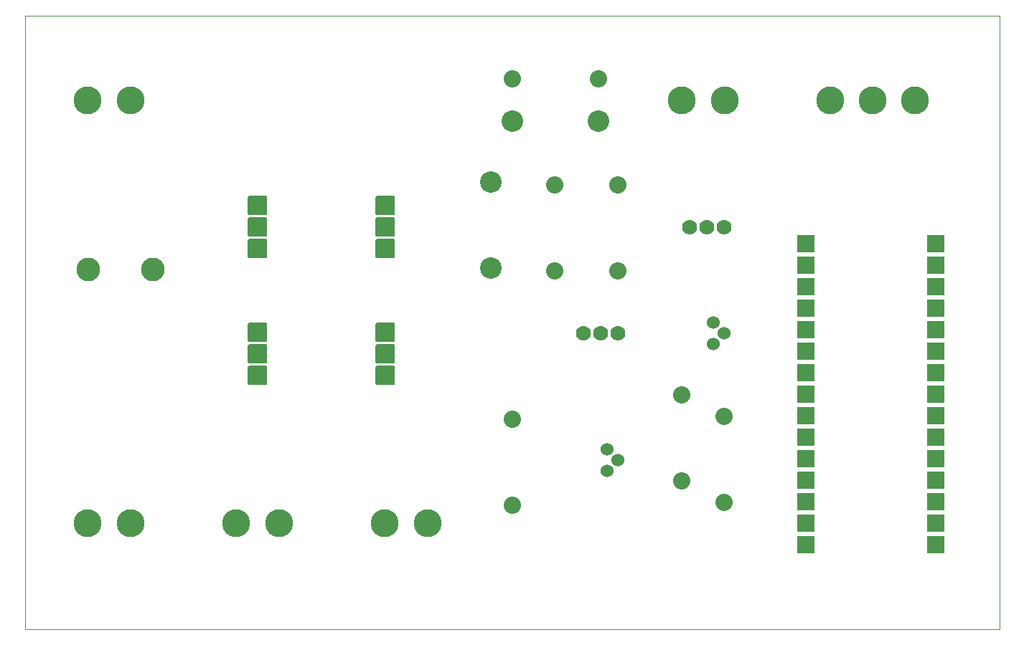
<source format=gbr>
G04 PROTEUS GERBER X2 FILE*
%TF.GenerationSoftware,Labcenter,Proteus,8.15-SP1-Build34318*%
%TF.CreationDate,2023-11-28T19:51:24+00:00*%
%TF.FileFunction,Soldermask,Bot*%
%TF.FilePolarity,Negative*%
%TF.Part,Single*%
%TF.SameCoordinates,{4b54416f-b8ac-4c38-86d9-f2280a18938b}*%
%FSLAX45Y45*%
%MOMM*%
G01*
%TA.AperFunction,Material*%
%ADD23C,3.302000*%
%TA.AperFunction,Material*%
%ADD24C,2.032000*%
%TA.AperFunction,Material*%
%ADD25C,1.524000*%
%ADD26C,1.778000*%
%TA.AperFunction,Material*%
%ADD27C,2.540000*%
%AMPPAD020*
4,1,36,
1.143000,1.016000,
1.143000,-1.016000,
1.140470,-1.041970,
1.133200,-1.065980,
1.121650,-1.087580,
1.106290,-1.106290,
1.087570,-1.121650,
1.065980,-1.133200,
1.041970,-1.140470,
1.016000,-1.143000,
-1.016000,-1.143000,
-1.041970,-1.140470,
-1.065980,-1.133200,
-1.087570,-1.121650,
-1.106290,-1.106290,
-1.121650,-1.087580,
-1.133200,-1.065980,
-1.140470,-1.041970,
-1.143000,-1.016000,
-1.143000,1.016000,
-1.140470,1.041970,
-1.133200,1.065980,
-1.121650,1.087580,
-1.106290,1.106290,
-1.087570,1.121650,
-1.065980,1.133200,
-1.041970,1.140470,
-1.016000,1.143000,
1.016000,1.143000,
1.041970,1.140470,
1.065980,1.133200,
1.087570,1.121650,
1.106290,1.106290,
1.121650,1.087580,
1.133200,1.065980,
1.140470,1.041970,
1.143000,1.016000,
0*%
%TA.AperFunction,Material*%
%ADD28PPAD020*%
%AMPPAD022*
4,1,36,
-0.889000,1.016000,
0.889000,1.016000,
0.914970,1.013470,
0.938980,1.006200,
0.960580,0.994650,
0.979290,0.979290,
0.994650,0.960570,
1.006200,0.938980,
1.013470,0.914970,
1.016000,0.889000,
1.016000,-0.889000,
1.013470,-0.914970,
1.006200,-0.938980,
0.994650,-0.960570,
0.979290,-0.979290,
0.960580,-0.994650,
0.938980,-1.006200,
0.914970,-1.013470,
0.889000,-1.016000,
-0.889000,-1.016000,
-0.914970,-1.013470,
-0.938980,-1.006200,
-0.960580,-0.994650,
-0.979290,-0.979290,
-0.994650,-0.960570,
-1.006200,-0.938980,
-1.013470,-0.914970,
-1.016000,-0.889000,
-1.016000,0.889000,
-1.013470,0.914970,
-1.006200,0.938980,
-0.994650,0.960570,
-0.979290,0.979290,
-0.960580,0.994650,
-0.938980,1.006200,
-0.914970,1.013470,
-0.889000,1.016000,
0*%
%TA.AperFunction,Material*%
%ADD72PPAD022*%
%TA.AperFunction,Material*%
%ADD73C,2.794000*%
%TA.AperFunction,Profile*%
%ADD71C,0.101600*%
%TD.AperFunction*%
D23*
X+7250000Y+6500000D03*
X+6749620Y+6500000D03*
X+6249240Y+6500000D03*
D24*
X+5000000Y+1750000D03*
X+5000000Y+2766000D03*
X+4500000Y+2000000D03*
X+4500000Y+3016000D03*
D25*
X+4873000Y+3623000D03*
X+5000000Y+3750000D03*
X+4873000Y+3877000D03*
X+3623000Y+2123000D03*
X+3750000Y+2250000D03*
X+3623000Y+2377000D03*
D26*
X+4593600Y+5000000D03*
X+4796800Y+5000000D03*
X+5000000Y+5000000D03*
D23*
X+4500000Y+6500000D03*
X+5008000Y+6500000D03*
D24*
X+3750000Y+5500000D03*
X+3750000Y+4484000D03*
X+2500000Y+6750000D03*
X+3516000Y+6750000D03*
D27*
X+3516000Y+6250000D03*
X+2500000Y+6250000D03*
D26*
X+3750000Y+3750000D03*
X+3546800Y+3750000D03*
X+3343600Y+3750000D03*
D24*
X+2500000Y+2734000D03*
X+2500000Y+1718000D03*
X+3000000Y+5500000D03*
X+3000000Y+4484000D03*
D27*
X+2250000Y+5532000D03*
X+2250000Y+4516000D03*
D28*
X+1000000Y+5254000D03*
X+1000000Y+5000000D03*
X+1000000Y+4746000D03*
X+1000000Y+3754000D03*
X+1000000Y+3500000D03*
X+1000000Y+3246000D03*
X-500000Y+5250000D03*
X-500000Y+4996000D03*
X-500000Y+4742000D03*
X-500000Y+3754000D03*
X-500000Y+3500000D03*
X-500000Y+3246000D03*
D23*
X-250000Y+1500000D03*
X-758000Y+1500000D03*
X+1500000Y+1500000D03*
X+992000Y+1500000D03*
X-2000000Y+1500000D03*
X-2508000Y+1500000D03*
D72*
X+7500000Y+1500000D03*
X+5962500Y+4040000D03*
X+5962500Y+4294000D03*
X+7500000Y+3786000D03*
X+7500000Y+1754000D03*
X+7500000Y+4548000D03*
X+5962500Y+2262000D03*
X+5962500Y+2008000D03*
X+5962500Y+1754000D03*
X+5962500Y+1500000D03*
X+5962500Y+1246000D03*
X+7500000Y+1246000D03*
X+7500000Y+2008000D03*
X+7500000Y+2262000D03*
X+7500000Y+2516000D03*
X+7500000Y+2770000D03*
X+7500000Y+3024000D03*
X+7500000Y+3278000D03*
X+5962500Y+4548000D03*
X+5962500Y+4802000D03*
X+5962500Y+3786000D03*
X+5962500Y+3532000D03*
X+5962500Y+3278000D03*
X+5962500Y+3024000D03*
X+5962500Y+2770000D03*
X+5962500Y+2516000D03*
X+7500000Y+4294000D03*
X+7500000Y+3532000D03*
X+7500000Y+4040000D03*
X+7500000Y+4802000D03*
D73*
X-1738000Y+4500000D03*
X-2500000Y+4500000D03*
D23*
X-2508000Y+6500000D03*
X-2000000Y+6500000D03*
D71*
X-3250000Y+250000D02*
X+8250000Y+250000D01*
X+8250000Y+7500000D01*
X-3250000Y+7500000D01*
X-3250000Y+250000D01*
M02*

</source>
